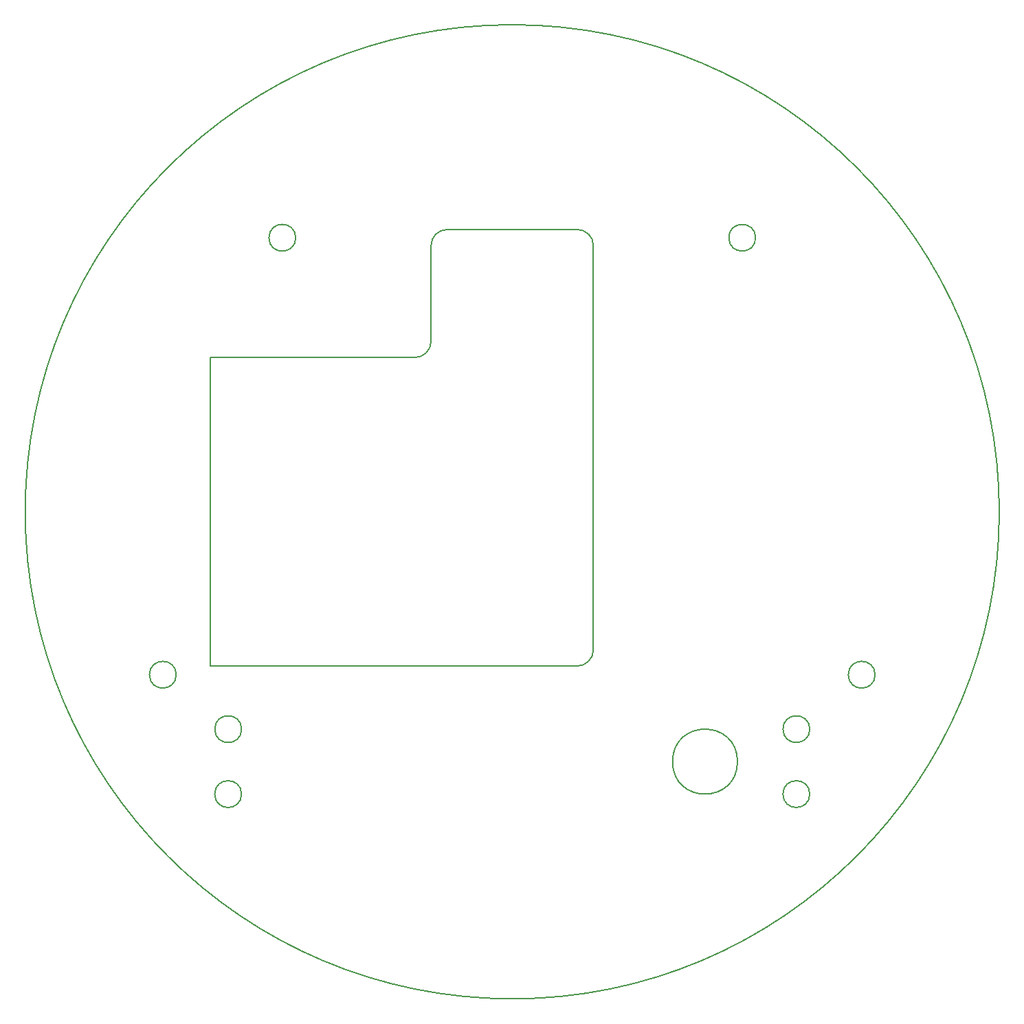
<source format=gbr>
%TF.GenerationSoftware,KiCad,Pcbnew,7.0.9*%
%TF.CreationDate,2024-12-16T17:29:34+09:00*%
%TF.ProjectId,IR_Bored_ESP32,49525f42-6f72-4656-945f-45535033322e,rev?*%
%TF.SameCoordinates,Original*%
%TF.FileFunction,Profile,NP*%
%FSLAX46Y46*%
G04 Gerber Fmt 4.6, Leading zero omitted, Abs format (unit mm)*
G04 Created by KiCad (PCBNEW 7.0.9) date 2024-12-16 17:29:34*
%MOMM*%
%LPD*%
G01*
G04 APERTURE LIST*
%TA.AperFunction,Profile*%
%ADD10C,0.200000*%
%TD*%
G04 APERTURE END LIST*
D10*
X162812350Y-51896421D02*
G75*
G03*
X162812350Y-51896421I-1650000J0D01*
G01*
X199489500Y-52876000D02*
G75*
G03*
X197489500Y-50876000I-2000000J0D01*
G01*
X148090380Y-105730367D02*
G75*
G03*
X148090380Y-105730367I-1650000J0D01*
G01*
X156139500Y-120436000D02*
G75*
G03*
X156139500Y-120436000I-1650000J0D01*
G01*
X219467650Y-51896421D02*
G75*
G03*
X219467650Y-51896421I-1650000J0D01*
G01*
X156140500Y-112436000D02*
G75*
G03*
X156140500Y-112436000I-1650000J0D01*
G01*
X181489500Y-50876000D02*
X197489500Y-50876000D01*
X197489500Y-104656000D02*
G75*
G03*
X199489500Y-102656000I0J2000000D01*
G01*
X226139500Y-120436000D02*
G75*
G03*
X226139500Y-120436000I-1650000J0D01*
G01*
X234189620Y-105730367D02*
G75*
G03*
X234189620Y-105730367I-1650000J0D01*
G01*
X152295000Y-104656000D02*
X152295000Y-66656000D01*
X249490000Y-85656000D02*
G75*
G03*
X249490000Y-85656000I-60000000J0D01*
G01*
X181489500Y-50876000D02*
G75*
G03*
X179489500Y-52876000I0J-2000000D01*
G01*
X199489500Y-52876000D02*
X199489500Y-102656000D01*
X226139500Y-112436000D02*
G75*
G03*
X226139500Y-112436000I-1650000J0D01*
G01*
X217239995Y-116436000D02*
G75*
G03*
X217239995Y-116436000I-4000000J0D01*
G01*
X179489500Y-64656000D02*
X179489500Y-52876000D01*
X177489500Y-66656000D02*
G75*
G03*
X179489500Y-64656000I0J2000000D01*
G01*
X152295000Y-66656000D02*
X177489500Y-66656000D01*
X197489500Y-104656000D02*
X152295000Y-104656000D01*
M02*

</source>
